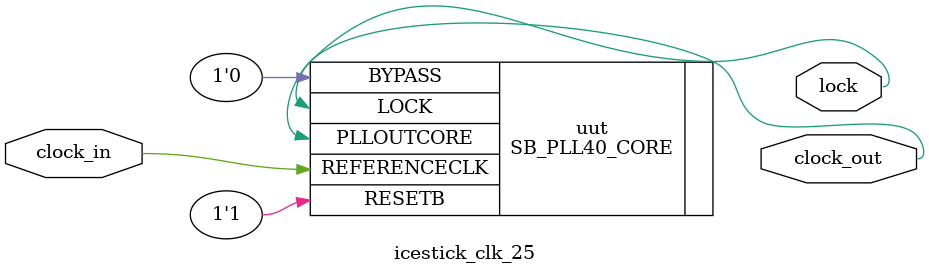
<source format=v>
module icestick_clk_25(     
  input  clock_in,
  output clock_out,
  output lock
);

  SB_PLL40_CORE #(.FEEDBACK_PATH("SIMPLE"),
                  .PLLOUT_SELECT("GENCLK"),
                  .DIVR(4'b0001),
                  .DIVF(7'b1000010),
                  .DIVQ(3'b100),
                  .FILTER_RANGE(3'b001),
                 ) uut (
                         .REFERENCECLK(clock_in),
                         .PLLOUTCORE(clock_out),
                         .LOCK(lock),
                         .RESETB(1'b1),
                         .BYPASS(1'b0)
                        );

endmodule

</source>
